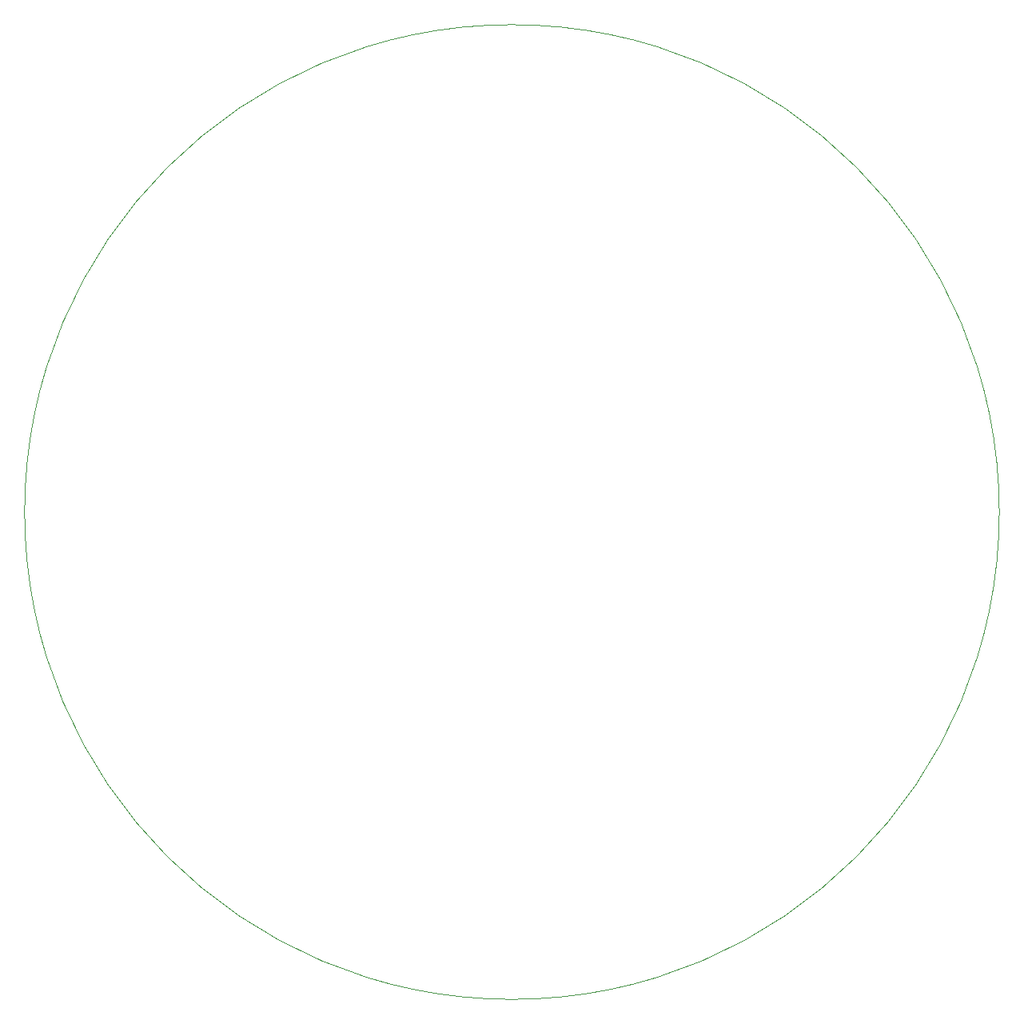
<source format=gbr>
G04 #@! TF.GenerationSoftware,KiCad,Pcbnew,(5.1.5)-3*
G04 #@! TF.CreationDate,2020-04-20T09:44:32-04:00*
G04 #@! TF.ProjectId,OctoPad,4f63746f-5061-4642-9e6b-696361645f70,rev?*
G04 #@! TF.SameCoordinates,Original*
G04 #@! TF.FileFunction,Profile,NP*
%FSLAX46Y46*%
G04 Gerber Fmt 4.6, Leading zero omitted, Abs format (unit mm)*
G04 Created by KiCad (PCBNEW (5.1.5)-3) date 2020-04-20 09:44:32*
%MOMM*%
%LPD*%
G04 APERTURE LIST*
%ADD10C,0.050000*%
G04 APERTURE END LIST*
D10*
X211161917Y-114300000D02*
G75*
G03X211161917Y-114300000I-51618167J0D01*
G01*
M02*

</source>
